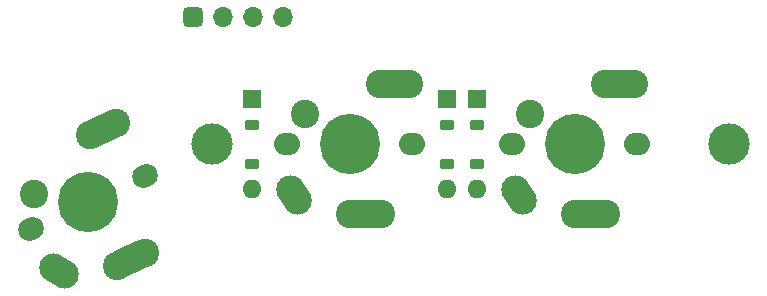
<source format=gbs>
G04 #@! TF.GenerationSoftware,KiCad,Pcbnew,7.0.5*
G04 #@! TF.CreationDate,2023-08-16T14:00:07+08:00*
G04 #@! TF.ProjectId,RT,52542e6b-6963-4616-945f-706362585858,rev?*
G04 #@! TF.SameCoordinates,Original*
G04 #@! TF.FileFunction,Soldermask,Bot*
G04 #@! TF.FilePolarity,Negative*
%FSLAX46Y46*%
G04 Gerber Fmt 4.6, Leading zero omitted, Abs format (unit mm)*
G04 Created by KiCad (PCBNEW 7.0.5) date 2023-08-16 14:00:07*
%MOMM*%
%LPD*%
G01*
G04 APERTURE LIST*
G04 Aperture macros list*
%AMRoundRect*
0 Rectangle with rounded corners*
0 $1 Rounding radius*
0 $2 $3 $4 $5 $6 $7 $8 $9 X,Y pos of 4 corners*
0 Add a 4 corners polygon primitive as box body*
4,1,4,$2,$3,$4,$5,$6,$7,$8,$9,$2,$3,0*
0 Add four circle primitives for the rounded corners*
1,1,$1+$1,$2,$3*
1,1,$1+$1,$4,$5*
1,1,$1+$1,$6,$7*
1,1,$1+$1,$8,$9*
0 Add four rect primitives between the rounded corners*
20,1,$1+$1,$2,$3,$4,$5,0*
20,1,$1+$1,$4,$5,$6,$7,0*
20,1,$1+$1,$6,$7,$8,$9,0*
20,1,$1+$1,$8,$9,$2,$3,0*%
%AMHorizOval*
0 Thick line with rounded ends*
0 $1 width*
0 $2 $3 position (X,Y) of the first rounded end (center of the circle)*
0 $4 $5 position (X,Y) of the second rounded end (center of the circle)*
0 Add line between two ends*
20,1,$1,$2,$3,$4,$5,0*
0 Add two circle primitives to create the rounded ends*
1,1,$1,$2,$3*
1,1,$1,$4,$5*%
%AMOutline4P*
0 Free polygon, 4 corners , with rotation*
0 The origin of the aperture is its center*
0 number of corners: always 4*
0 $1 to $8 corner X, Y*
0 $9 Rotation angle, in degrees counterclockwise*
0 create outline with 4 corners*
4,1,4,$1,$2,$3,$4,$5,$6,$7,$8,$1,$2,$9*%
G04 Aperture macros list end*
%ADD10RoundRect,0.425000X0.425000X-0.425000X0.425000X0.425000X-0.425000X0.425000X-0.425000X-0.425000X0*%
%ADD11O,1.700000X1.700000*%
%ADD12C,3.500000*%
%ADD13HorizOval,1.900000X0.135946X0.063393X-0.135946X-0.063393X0*%
%ADD14C,5.100000*%
%ADD15HorizOval,2.400000X-0.469952X0.285736X0.469952X-0.285736X0*%
%ADD16C,2.400000*%
%ADD17Outline4P,-1.150000X-1.200000X1.150000X-1.200000X1.150000X1.200000X-1.150000X1.200000X25.000000*%
%ADD18Outline4P,-1.200000X-1.200000X1.200000X-1.200000X1.200000X1.200000X-1.200000X1.200000X25.000000*%
%ADD19O,2.200000X1.900000*%
%ADD20HorizOval,2.400000X-0.305164X0.457575X0.305164X-0.457575X0*%
%ADD21Outline4P,-1.150000X-1.200000X1.150000X-1.200000X1.150000X1.200000X-1.150000X1.200000X0.000000*%
%ADD22Outline4P,-1.200000X-1.200000X1.200000X-1.200000X1.200000X1.200000X-1.200000X1.200000X0.000000*%
%ADD23R,1.600000X1.600000*%
%ADD24RoundRect,0.225000X-0.375000X0.225000X-0.375000X-0.225000X0.375000X-0.225000X0.375000X0.225000X0*%
%ADD25O,1.600000X1.600000*%
G04 APERTURE END LIST*
D10*
X128740000Y-90650000D03*
D11*
X131280000Y-90650000D03*
X133820000Y-90650000D03*
X136360000Y-90650000D03*
D12*
X174115000Y-101450000D03*
D13*
X115053521Y-108607769D03*
D14*
X119856952Y-106367892D03*
D13*
X124660383Y-104128015D03*
D15*
X117393433Y-112206006D03*
D16*
X115330469Y-105676046D03*
X122350400Y-111715108D03*
D17*
X123528600Y-111165704D03*
D16*
X120003621Y-100672272D03*
X124706800Y-110616300D03*
D18*
X121118379Y-100152451D03*
D16*
X122233138Y-99632631D03*
D12*
X130410000Y-101450000D03*
D19*
X136740000Y-101450000D03*
D14*
X142040000Y-101450000D03*
D19*
X147340000Y-101450000D03*
D20*
X137340000Y-105700000D03*
D16*
X138230000Y-98910000D03*
X142040000Y-107350000D03*
D21*
X143340000Y-107350000D03*
D16*
X144580000Y-96350000D03*
X144640000Y-107350000D03*
D22*
X145810000Y-96350000D03*
D16*
X147040000Y-96350000D03*
D19*
X155790000Y-101450000D03*
D14*
X161090000Y-101450000D03*
D19*
X166390000Y-101450000D03*
D20*
X156390000Y-105700000D03*
D16*
X157280000Y-98910000D03*
X161090000Y-107350000D03*
D21*
X162390000Y-107350000D03*
D16*
X163630000Y-96350000D03*
X163690000Y-107350000D03*
D22*
X164860000Y-96350000D03*
D16*
X166090000Y-96350000D03*
D23*
X133785000Y-97650000D03*
D24*
X133785000Y-99800000D03*
X133785000Y-103100000D03*
D25*
X133785000Y-105250000D03*
D23*
X150295000Y-97650000D03*
D24*
X150295000Y-99800000D03*
X150295000Y-103100000D03*
D25*
X150295000Y-105250000D03*
D23*
X152835000Y-97650000D03*
D24*
X152835000Y-99800000D03*
X152835000Y-103100000D03*
D25*
X152835000Y-105250000D03*
M02*

</source>
